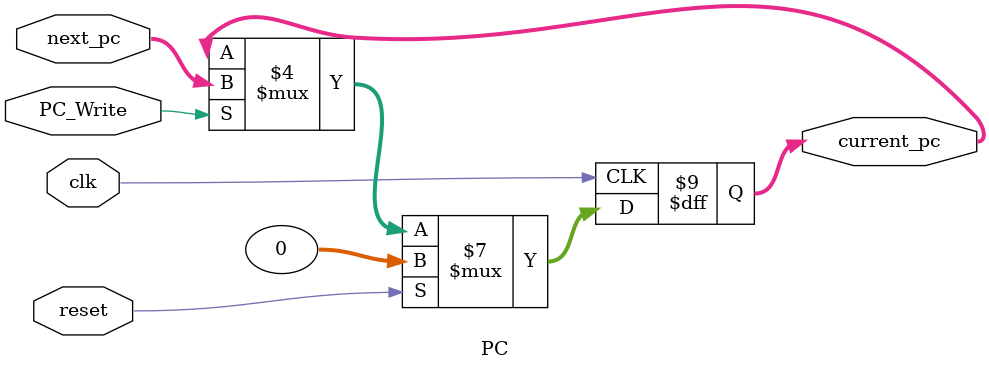
<source format=v>
`timescale 1ns / 1ps


module PC(
    input reset,       // input (Use reset to initialize PC. Initial value must be 0)
    input clk,         // input
    input [31:0] next_pc,     // input
    output reg [31:0] current_pc,   // output
    input PC_Write
  );
  

  
always @(posedge clk) begin
 
    if(reset==1'd1)  current_pc <= 0;
 
    else 
    begin
       if( PC_Write == 1'b1)
       begin
        current_pc <= next_pc;
       end
    end
 end
  
  endmodule
</source>
